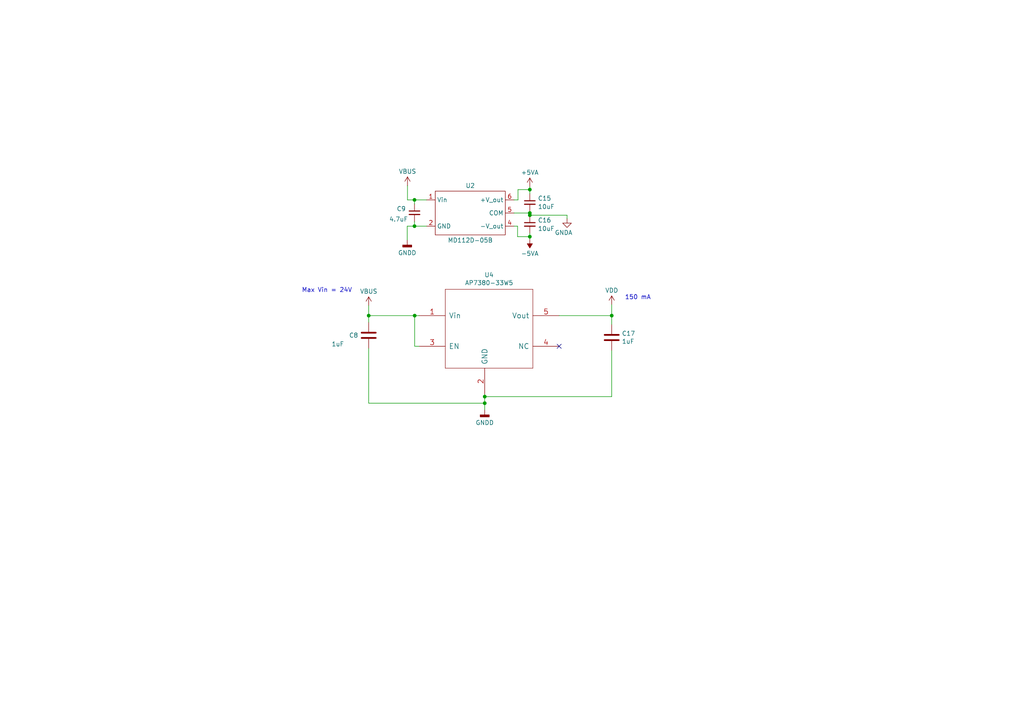
<source format=kicad_sch>
(kicad_sch
	(version 20231120)
	(generator "eeschema")
	(generator_version "8.0")
	(uuid "f992bacb-05a7-41c6-bded-a4d051713094")
	(paper "A4")
	(lib_symbols
		(symbol "DCDC:MD100B"
			(exclude_from_sim no)
			(in_bom yes)
			(on_board yes)
			(property "Reference" "U"
				(at 0 8.89 0)
				(effects
					(font
						(size 1.27 1.27)
					)
				)
			)
			(property "Value" ""
				(at 0 0 0)
				(effects
					(font
						(size 1.27 1.27)
					)
				)
			)
			(property "Footprint" ""
				(at 0 0 0)
				(effects
					(font
						(size 1.27 1.27)
					)
					(hide yes)
				)
			)
			(property "Datasheet" ""
				(at 0 0 0)
				(effects
					(font
						(size 1.27 1.27)
					)
					(hide yes)
				)
			)
			(property "Description" ""
				(at 0 0 0)
				(effects
					(font
						(size 1.27 1.27)
					)
					(hide yes)
				)
			)
			(symbol "MD100B_0_1"
				(rectangle
					(start -10.16 6.35)
					(end 10.16 -6.35)
					(stroke
						(width 0)
						(type default)
					)
					(fill
						(type none)
					)
				)
			)
			(symbol "MD100B_1_1"
				(pin power_in line
					(at -12.7 3.81 0)
					(length 2.54)
					(name "Vin"
						(effects
							(font
								(size 1.27 1.27)
							)
						)
					)
					(number "1"
						(effects
							(font
								(size 1.27 1.27)
							)
						)
					)
				)
				(pin power_in line
					(at -12.7 -3.81 0)
					(length 2.54)
					(name "GND"
						(effects
							(font
								(size 1.27 1.27)
							)
						)
					)
					(number "2"
						(effects
							(font
								(size 1.27 1.27)
							)
						)
					)
				)
				(pin power_out line
					(at 12.7 -3.81 180)
					(length 2.54)
					(name "-V_out"
						(effects
							(font
								(size 1.27 1.27)
							)
						)
					)
					(number "4"
						(effects
							(font
								(size 1.27 1.27)
							)
						)
					)
				)
				(pin power_out line
					(at 12.7 0 180)
					(length 2.54)
					(name "COM"
						(effects
							(font
								(size 1.27 1.27)
							)
						)
					)
					(number "5"
						(effects
							(font
								(size 1.27 1.27)
							)
						)
					)
				)
				(pin power_out line
					(at 12.7 3.81 180)
					(length 2.54)
					(name "+V_out"
						(effects
							(font
								(size 1.27 1.27)
							)
						)
					)
					(number "6"
						(effects
							(font
								(size 1.27 1.27)
							)
						)
					)
				)
			)
		)
		(symbol "Device:C"
			(pin_numbers hide)
			(pin_names
				(offset 0.254)
			)
			(exclude_from_sim no)
			(in_bom yes)
			(on_board yes)
			(property "Reference" "C"
				(at 0.635 2.54 0)
				(effects
					(font
						(size 1.27 1.27)
					)
					(justify left)
				)
			)
			(property "Value" "C"
				(at 0.635 -2.54 0)
				(effects
					(font
						(size 1.27 1.27)
					)
					(justify left)
				)
			)
			(property "Footprint" ""
				(at 0.9652 -3.81 0)
				(effects
					(font
						(size 1.27 1.27)
					)
					(hide yes)
				)
			)
			(property "Datasheet" "~"
				(at 0 0 0)
				(effects
					(font
						(size 1.27 1.27)
					)
					(hide yes)
				)
			)
			(property "Description" "Unpolarized capacitor"
				(at 0 0 0)
				(effects
					(font
						(size 1.27 1.27)
					)
					(hide yes)
				)
			)
			(property "ki_keywords" "cap capacitor"
				(at 0 0 0)
				(effects
					(font
						(size 1.27 1.27)
					)
					(hide yes)
				)
			)
			(property "ki_fp_filters" "C_*"
				(at 0 0 0)
				(effects
					(font
						(size 1.27 1.27)
					)
					(hide yes)
				)
			)
			(symbol "C_0_1"
				(polyline
					(pts
						(xy -2.032 -0.762) (xy 2.032 -0.762)
					)
					(stroke
						(width 0.508)
						(type default)
					)
					(fill
						(type none)
					)
				)
				(polyline
					(pts
						(xy -2.032 0.762) (xy 2.032 0.762)
					)
					(stroke
						(width 0.508)
						(type default)
					)
					(fill
						(type none)
					)
				)
			)
			(symbol "C_1_1"
				(pin passive line
					(at 0 3.81 270)
					(length 2.794)
					(name "~"
						(effects
							(font
								(size 1.27 1.27)
							)
						)
					)
					(number "1"
						(effects
							(font
								(size 1.27 1.27)
							)
						)
					)
				)
				(pin passive line
					(at 0 -3.81 90)
					(length 2.794)
					(name "~"
						(effects
							(font
								(size 1.27 1.27)
							)
						)
					)
					(number "2"
						(effects
							(font
								(size 1.27 1.27)
							)
						)
					)
				)
			)
		)
		(symbol "Device:C_Small"
			(pin_numbers hide)
			(pin_names
				(offset 0.254) hide)
			(exclude_from_sim no)
			(in_bom yes)
			(on_board yes)
			(property "Reference" "C"
				(at 0.254 1.778 0)
				(effects
					(font
						(size 1.27 1.27)
					)
					(justify left)
				)
			)
			(property "Value" "C_Small"
				(at 0.254 -2.032 0)
				(effects
					(font
						(size 1.27 1.27)
					)
					(justify left)
				)
			)
			(property "Footprint" ""
				(at 0 0 0)
				(effects
					(font
						(size 1.27 1.27)
					)
					(hide yes)
				)
			)
			(property "Datasheet" "~"
				(at 0 0 0)
				(effects
					(font
						(size 1.27 1.27)
					)
					(hide yes)
				)
			)
			(property "Description" "Unpolarized capacitor, small symbol"
				(at 0 0 0)
				(effects
					(font
						(size 1.27 1.27)
					)
					(hide yes)
				)
			)
			(property "ki_keywords" "capacitor cap"
				(at 0 0 0)
				(effects
					(font
						(size 1.27 1.27)
					)
					(hide yes)
				)
			)
			(property "ki_fp_filters" "C_*"
				(at 0 0 0)
				(effects
					(font
						(size 1.27 1.27)
					)
					(hide yes)
				)
			)
			(symbol "C_Small_0_1"
				(polyline
					(pts
						(xy -1.524 -0.508) (xy 1.524 -0.508)
					)
					(stroke
						(width 0.3302)
						(type default)
					)
					(fill
						(type none)
					)
				)
				(polyline
					(pts
						(xy -1.524 0.508) (xy 1.524 0.508)
					)
					(stroke
						(width 0.3048)
						(type default)
					)
					(fill
						(type none)
					)
				)
			)
			(symbol "C_Small_1_1"
				(pin passive line
					(at 0 2.54 270)
					(length 2.032)
					(name "~"
						(effects
							(font
								(size 1.27 1.27)
							)
						)
					)
					(number "1"
						(effects
							(font
								(size 1.27 1.27)
							)
						)
					)
				)
				(pin passive line
					(at 0 -2.54 90)
					(length 2.032)
					(name "~"
						(effects
							(font
								(size 1.27 1.27)
							)
						)
					)
					(number "2"
						(effects
							(font
								(size 1.27 1.27)
							)
						)
					)
				)
			)
		)
		(symbol "NCP502SN33T1G:AP7380-33W5"
			(pin_names
				(offset 1.016)
			)
			(exclude_from_sim no)
			(in_bom yes)
			(on_board yes)
			(property "Reference" "U"
				(at 12.7 12.7 0)
				(effects
					(font
						(size 1.27 1.27)
					)
				)
			)
			(property "Value" "AP7380-33W5"
				(at 0 12.7 0)
				(effects
					(font
						(size 1.27 1.27)
					)
				)
			)
			(property "Footprint" ""
				(at 0 0 0)
				(effects
					(font
						(size 1.27 1.27)
					)
					(hide yes)
				)
			)
			(property "Datasheet" ""
				(at 0 0 0)
				(effects
					(font
						(size 1.27 1.27)
					)
					(hide yes)
				)
			)
			(property "Description" ""
				(at 0 0 0)
				(effects
					(font
						(size 1.27 1.27)
					)
					(hide yes)
				)
			)
			(symbol "AP7380-33W5_1_1"
				(polyline
					(pts
						(xy -12.7 -11.43) (xy 12.7 -11.43)
					)
					(stroke
						(width 0.127)
						(type default)
					)
					(fill
						(type none)
					)
				)
				(polyline
					(pts
						(xy -12.7 11.43) (xy -12.7 -11.43)
					)
					(stroke
						(width 0.127)
						(type default)
					)
					(fill
						(type none)
					)
				)
				(polyline
					(pts
						(xy 12.7 -11.43) (xy 12.7 11.43)
					)
					(stroke
						(width 0.127)
						(type default)
					)
					(fill
						(type none)
					)
				)
				(polyline
					(pts
						(xy 12.7 11.43) (xy -12.7 11.43)
					)
					(stroke
						(width 0.127)
						(type default)
					)
					(fill
						(type none)
					)
				)
				(pin unspecified line
					(at -20.32 3.81 0)
					(length 7.62)
					(name "Vin"
						(effects
							(font
								(size 1.4986 1.4986)
							)
						)
					)
					(number "1"
						(effects
							(font
								(size 1.4986 1.4986)
							)
						)
					)
				)
				(pin unspecified line
					(at -1.27 -19.05 90)
					(length 7.62)
					(name "GND"
						(effects
							(font
								(size 1.4986 1.4986)
							)
						)
					)
					(number "2"
						(effects
							(font
								(size 1.4986 1.4986)
							)
						)
					)
				)
				(pin unspecified line
					(at -20.32 -5.08 0)
					(length 7.62)
					(name "EN"
						(effects
							(font
								(size 1.4986 1.4986)
							)
						)
					)
					(number "3"
						(effects
							(font
								(size 1.4986 1.4986)
							)
						)
					)
				)
				(pin unspecified line
					(at 20.32 -5.08 180)
					(length 7.62)
					(name "NC"
						(effects
							(font
								(size 1.4986 1.4986)
							)
						)
					)
					(number "4"
						(effects
							(font
								(size 1.4986 1.4986)
							)
						)
					)
				)
				(pin power_out line
					(at 20.32 3.81 180)
					(length 7.62)
					(name "Vout"
						(effects
							(font
								(size 1.4986 1.4986)
							)
						)
					)
					(number "5"
						(effects
							(font
								(size 1.4986 1.4986)
							)
						)
					)
				)
			)
		)
		(symbol "power:+5VA"
			(power)
			(pin_names
				(offset 0)
			)
			(exclude_from_sim no)
			(in_bom yes)
			(on_board yes)
			(property "Reference" "#PWR"
				(at 0 -3.81 0)
				(effects
					(font
						(size 1.27 1.27)
					)
					(hide yes)
				)
			)
			(property "Value" "+5VA"
				(at 0 3.556 0)
				(effects
					(font
						(size 1.27 1.27)
					)
				)
			)
			(property "Footprint" ""
				(at 0 0 0)
				(effects
					(font
						(size 1.27 1.27)
					)
					(hide yes)
				)
			)
			(property "Datasheet" ""
				(at 0 0 0)
				(effects
					(font
						(size 1.27 1.27)
					)
					(hide yes)
				)
			)
			(property "Description" "Power symbol creates a global label with name \"+5VA\""
				(at 0 0 0)
				(effects
					(font
						(size 1.27 1.27)
					)
					(hide yes)
				)
			)
			(property "ki_keywords" "global power"
				(at 0 0 0)
				(effects
					(font
						(size 1.27 1.27)
					)
					(hide yes)
				)
			)
			(symbol "+5VA_0_1"
				(polyline
					(pts
						(xy -0.762 1.27) (xy 0 2.54)
					)
					(stroke
						(width 0)
						(type default)
					)
					(fill
						(type none)
					)
				)
				(polyline
					(pts
						(xy 0 0) (xy 0 2.54)
					)
					(stroke
						(width 0)
						(type default)
					)
					(fill
						(type none)
					)
				)
				(polyline
					(pts
						(xy 0 2.54) (xy 0.762 1.27)
					)
					(stroke
						(width 0)
						(type default)
					)
					(fill
						(type none)
					)
				)
			)
			(symbol "+5VA_1_1"
				(pin power_in line
					(at 0 0 90)
					(length 0) hide
					(name "+5VA"
						(effects
							(font
								(size 1.27 1.27)
							)
						)
					)
					(number "1"
						(effects
							(font
								(size 1.27 1.27)
							)
						)
					)
				)
			)
		)
		(symbol "power:-5VA"
			(power)
			(pin_names
				(offset 0)
			)
			(exclude_from_sim no)
			(in_bom yes)
			(on_board yes)
			(property "Reference" "#PWR"
				(at 0 2.54 0)
				(effects
					(font
						(size 1.27 1.27)
					)
					(hide yes)
				)
			)
			(property "Value" "-5VA"
				(at 0 3.81 0)
				(effects
					(font
						(size 1.27 1.27)
					)
				)
			)
			(property "Footprint" ""
				(at 0 0 0)
				(effects
					(font
						(size 1.27 1.27)
					)
					(hide yes)
				)
			)
			(property "Datasheet" ""
				(at 0 0 0)
				(effects
					(font
						(size 1.27 1.27)
					)
					(hide yes)
				)
			)
			(property "Description" "Power symbol creates a global label with name \"-5VA\""
				(at 0 0 0)
				(effects
					(font
						(size 1.27 1.27)
					)
					(hide yes)
				)
			)
			(property "ki_keywords" "global power"
				(at 0 0 0)
				(effects
					(font
						(size 1.27 1.27)
					)
					(hide yes)
				)
			)
			(symbol "-5VA_0_0"
				(pin power_in line
					(at 0 0 90)
					(length 0) hide
					(name "-5VA"
						(effects
							(font
								(size 1.27 1.27)
							)
						)
					)
					(number "1"
						(effects
							(font
								(size 1.27 1.27)
							)
						)
					)
				)
			)
			(symbol "-5VA_0_1"
				(polyline
					(pts
						(xy 0 0) (xy 0 1.27) (xy 0.762 1.27) (xy 0 2.54) (xy -0.762 1.27) (xy 0 1.27)
					)
					(stroke
						(width 0)
						(type default)
					)
					(fill
						(type outline)
					)
				)
			)
		)
		(symbol "power:GNDA"
			(power)
			(pin_names
				(offset 0)
			)
			(exclude_from_sim no)
			(in_bom yes)
			(on_board yes)
			(property "Reference" "#PWR"
				(at 0 -6.35 0)
				(effects
					(font
						(size 1.27 1.27)
					)
					(hide yes)
				)
			)
			(property "Value" "GNDA"
				(at 0 -3.81 0)
				(effects
					(font
						(size 1.27 1.27)
					)
				)
			)
			(property "Footprint" ""
				(at 0 0 0)
				(effects
					(font
						(size 1.27 1.27)
					)
					(hide yes)
				)
			)
			(property "Datasheet" ""
				(at 0 0 0)
				(effects
					(font
						(size 1.27 1.27)
					)
					(hide yes)
				)
			)
			(property "Description" "Power symbol creates a global label with name \"GNDA\" , analog ground"
				(at 0 0 0)
				(effects
					(font
						(size 1.27 1.27)
					)
					(hide yes)
				)
			)
			(property "ki_keywords" "global power"
				(at 0 0 0)
				(effects
					(font
						(size 1.27 1.27)
					)
					(hide yes)
				)
			)
			(symbol "GNDA_0_1"
				(polyline
					(pts
						(xy 0 0) (xy 0 -1.27) (xy 1.27 -1.27) (xy 0 -2.54) (xy -1.27 -1.27) (xy 0 -1.27)
					)
					(stroke
						(width 0)
						(type default)
					)
					(fill
						(type none)
					)
				)
			)
			(symbol "GNDA_1_1"
				(pin power_in line
					(at 0 0 270)
					(length 0) hide
					(name "GNDA"
						(effects
							(font
								(size 1.27 1.27)
							)
						)
					)
					(number "1"
						(effects
							(font
								(size 1.27 1.27)
							)
						)
					)
				)
			)
		)
		(symbol "power:GNDD"
			(power)
			(pin_names
				(offset 0)
			)
			(exclude_from_sim no)
			(in_bom yes)
			(on_board yes)
			(property "Reference" "#PWR"
				(at 0 -6.35 0)
				(effects
					(font
						(size 1.27 1.27)
					)
					(hide yes)
				)
			)
			(property "Value" "GNDD"
				(at 0 -3.175 0)
				(effects
					(font
						(size 1.27 1.27)
					)
				)
			)
			(property "Footprint" ""
				(at 0 0 0)
				(effects
					(font
						(size 1.27 1.27)
					)
					(hide yes)
				)
			)
			(property "Datasheet" ""
				(at 0 0 0)
				(effects
					(font
						(size 1.27 1.27)
					)
					(hide yes)
				)
			)
			(property "Description" "Power symbol creates a global label with name \"GNDD\" , digital ground"
				(at 0 0 0)
				(effects
					(font
						(size 1.27 1.27)
					)
					(hide yes)
				)
			)
			(property "ki_keywords" "global power"
				(at 0 0 0)
				(effects
					(font
						(size 1.27 1.27)
					)
					(hide yes)
				)
			)
			(symbol "GNDD_0_1"
				(rectangle
					(start -1.27 -1.524)
					(end 1.27 -2.032)
					(stroke
						(width 0.254)
						(type default)
					)
					(fill
						(type outline)
					)
				)
				(polyline
					(pts
						(xy 0 0) (xy 0 -1.524)
					)
					(stroke
						(width 0)
						(type default)
					)
					(fill
						(type none)
					)
				)
			)
			(symbol "GNDD_1_1"
				(pin power_in line
					(at 0 0 270)
					(length 0) hide
					(name "GNDD"
						(effects
							(font
								(size 1.27 1.27)
							)
						)
					)
					(number "1"
						(effects
							(font
								(size 1.27 1.27)
							)
						)
					)
				)
			)
		)
		(symbol "power:VBUS"
			(power)
			(pin_names
				(offset 0)
			)
			(exclude_from_sim no)
			(in_bom yes)
			(on_board yes)
			(property "Reference" "#PWR"
				(at 0 -3.81 0)
				(effects
					(font
						(size 1.27 1.27)
					)
					(hide yes)
				)
			)
			(property "Value" "VBUS"
				(at 0 3.81 0)
				(effects
					(font
						(size 1.27 1.27)
					)
				)
			)
			(property "Footprint" ""
				(at 0 0 0)
				(effects
					(font
						(size 1.27 1.27)
					)
					(hide yes)
				)
			)
			(property "Datasheet" ""
				(at 0 0 0)
				(effects
					(font
						(size 1.27 1.27)
					)
					(hide yes)
				)
			)
			(property "Description" "Power symbol creates a global label with name \"VBUS\""
				(at 0 0 0)
				(effects
					(font
						(size 1.27 1.27)
					)
					(hide yes)
				)
			)
			(property "ki_keywords" "global power"
				(at 0 0 0)
				(effects
					(font
						(size 1.27 1.27)
					)
					(hide yes)
				)
			)
			(symbol "VBUS_0_1"
				(polyline
					(pts
						(xy -0.762 1.27) (xy 0 2.54)
					)
					(stroke
						(width 0)
						(type default)
					)
					(fill
						(type none)
					)
				)
				(polyline
					(pts
						(xy 0 0) (xy 0 2.54)
					)
					(stroke
						(width 0)
						(type default)
					)
					(fill
						(type none)
					)
				)
				(polyline
					(pts
						(xy 0 2.54) (xy 0.762 1.27)
					)
					(stroke
						(width 0)
						(type default)
					)
					(fill
						(type none)
					)
				)
			)
			(symbol "VBUS_1_1"
				(pin power_in line
					(at 0 0 90)
					(length 0) hide
					(name "VBUS"
						(effects
							(font
								(size 1.27 1.27)
							)
						)
					)
					(number "1"
						(effects
							(font
								(size 1.27 1.27)
							)
						)
					)
				)
			)
		)
		(symbol "power:VDD"
			(power)
			(pin_names
				(offset 0)
			)
			(exclude_from_sim no)
			(in_bom yes)
			(on_board yes)
			(property "Reference" "#PWR"
				(at 0 -3.81 0)
				(effects
					(font
						(size 1.27 1.27)
					)
					(hide yes)
				)
			)
			(property "Value" "VDD"
				(at 0 3.81 0)
				(effects
					(font
						(size 1.27 1.27)
					)
				)
			)
			(property "Footprint" ""
				(at 0 0 0)
				(effects
					(font
						(size 1.27 1.27)
					)
					(hide yes)
				)
			)
			(property "Datasheet" ""
				(at 0 0 0)
				(effects
					(font
						(size 1.27 1.27)
					)
					(hide yes)
				)
			)
			(property "Description" "Power symbol creates a global label with name \"VDD\""
				(at 0 0 0)
				(effects
					(font
						(size 1.27 1.27)
					)
					(hide yes)
				)
			)
			(property "ki_keywords" "global power"
				(at 0 0 0)
				(effects
					(font
						(size 1.27 1.27)
					)
					(hide yes)
				)
			)
			(symbol "VDD_0_1"
				(polyline
					(pts
						(xy -0.762 1.27) (xy 0 2.54)
					)
					(stroke
						(width 0)
						(type default)
					)
					(fill
						(type none)
					)
				)
				(polyline
					(pts
						(xy 0 0) (xy 0 2.54)
					)
					(stroke
						(width 0)
						(type default)
					)
					(fill
						(type none)
					)
				)
				(polyline
					(pts
						(xy 0 2.54) (xy 0.762 1.27)
					)
					(stroke
						(width 0)
						(type default)
					)
					(fill
						(type none)
					)
				)
			)
			(symbol "VDD_1_1"
				(pin power_in line
					(at 0 0 90)
					(length 0) hide
					(name "VDD"
						(effects
							(font
								(size 1.27 1.27)
							)
						)
					)
					(number "1"
						(effects
							(font
								(size 1.27 1.27)
							)
						)
					)
				)
			)
		)
	)
	(junction
		(at 153.67 68.6435)
		(diameter 0)
		(color 0 0 0 0)
		(uuid "0a91cf82-4c7b-4f8c-9804-a93aeab0e1f2")
	)
	(junction
		(at 120.2182 57.9755)
		(diameter 0)
		(color 0 0 0 0)
		(uuid "143e0510-f604-4694-a53d-23bd54c76296")
	)
	(junction
		(at 177.419 91.5416)
		(diameter 0)
		(color 0 0 0 0)
		(uuid "2e816e12-c827-49d0-a147-1004ca284bc4")
	)
	(junction
		(at 120.269 91.5416)
		(diameter 0)
		(color 0 0 0 0)
		(uuid "4ee3f9be-5b37-4b39-bd4f-9396919a5425")
	)
	(junction
		(at 120.2182 65.5955)
		(diameter 0)
		(color 0 0 0 0)
		(uuid "8622214f-cef9-48b1-99b2-27421e3987d8")
	)
	(junction
		(at 140.589 116.9416)
		(diameter 0)
		(color 0 0 0 0)
		(uuid "8bc4d059-9d84-4030-9c29-88ce4e8b614c")
	)
	(junction
		(at 140.589 115.0366)
		(diameter 0)
		(color 0 0 0 0)
		(uuid "99766db0-f611-4eab-b220-12936a0163ac")
	)
	(junction
		(at 153.67 54.991)
		(diameter 0)
		(color 0 0 0 0)
		(uuid "ba2d9ee1-6a5e-4aeb-9ab8-e8b152d0bfb6")
	)
	(junction
		(at 153.67 61.7855)
		(diameter 0)
		(color 0 0 0 0)
		(uuid "c6f01275-6145-4987-80f8-ff76d8939eb0")
	)
	(junction
		(at 153.67 62.4205)
		(diameter 0)
		(color 0 0 0 0)
		(uuid "dfeda1f4-90ce-4c8f-b2bc-04f25afe940c")
	)
	(junction
		(at 106.934 91.5416)
		(diameter 0)
		(color 0 0 0 0)
		(uuid "eac42f31-a894-4c83-88f9-c01c782f1bcc")
	)
	(no_connect
		(at 162.179 100.4316)
		(uuid "22a1d997-b332-458b-8a1e-0e2941a1ac42")
	)
	(wire
		(pts
			(xy 164.465 63.4365) (xy 164.465 62.4205)
		)
		(stroke
			(width 0)
			(type default)
		)
		(uuid "08388f46-3f89-43e7-95ab-478b8ceb9ff6")
	)
	(wire
		(pts
			(xy 123.698 65.5955) (xy 120.2182 65.5955)
		)
		(stroke
			(width 0)
			(type default)
		)
		(uuid "0ab68004-2980-47dd-affe-53687658aea9")
	)
	(wire
		(pts
			(xy 106.934 88.646) (xy 106.934 91.5416)
		)
		(stroke
			(width 0)
			(type default)
		)
		(uuid "0b59ce65-adc5-4c6c-a420-6b6fc96be4de")
	)
	(wire
		(pts
			(xy 118.11 65.5955) (xy 118.11 69.5833)
		)
		(stroke
			(width 0)
			(type default)
		)
		(uuid "1287bebe-878f-4fa4-8a9c-d000f5f9e42a")
	)
	(wire
		(pts
			(xy 149.098 57.9755) (xy 150.241 57.9755)
		)
		(stroke
			(width 0)
			(type default)
		)
		(uuid "1b1d8a56-9552-4e62-8bd7-47fb10356e6f")
	)
	(wire
		(pts
			(xy 120.2182 57.9755) (xy 120.2182 59.1693)
		)
		(stroke
			(width 0)
			(type default)
		)
		(uuid "212aebb3-7e2a-4583-b3f2-2804b72caff2")
	)
	(wire
		(pts
			(xy 162.179 91.5416) (xy 177.419 91.5416)
		)
		(stroke
			(width 0)
			(type default)
		)
		(uuid "25041bde-dca5-454a-86d6-50ffd1bbe4d4")
	)
	(wire
		(pts
			(xy 118.1862 57.9755) (xy 118.1862 53.8607)
		)
		(stroke
			(width 0)
			(type default)
		)
		(uuid "3acf6ca4-593f-43af-91d8-d33014a571fe")
	)
	(wire
		(pts
			(xy 177.419 115.0366) (xy 140.589 115.0366)
		)
		(stroke
			(width 0)
			(type default)
		)
		(uuid "4b071e71-a415-4c21-b67c-eb9a6034caf3")
	)
	(wire
		(pts
			(xy 177.419 91.5416) (xy 177.419 94.0816)
		)
		(stroke
			(width 0)
			(type default)
		)
		(uuid "55ff11e4-2728-49a8-8217-b1751de0df93")
	)
	(wire
		(pts
			(xy 120.2182 65.5955) (xy 118.11 65.5955)
		)
		(stroke
			(width 0)
			(type default)
		)
		(uuid "566be089-d466-4b37-b970-298c97b3ca54")
	)
	(wire
		(pts
			(xy 121.539 91.5416) (xy 120.269 91.5416)
		)
		(stroke
			(width 0)
			(type default)
		)
		(uuid "5987b8a0-a847-415b-aec1-7072b1346a1a")
	)
	(wire
		(pts
			(xy 153.67 54.991) (xy 153.67 56.1975)
		)
		(stroke
			(width 0)
			(type default)
		)
		(uuid "6a4bd0e1-2637-4ef2-bb3a-9982cf46a1e3")
	)
	(wire
		(pts
			(xy 153.67 68.6435) (xy 153.67 69.4055)
		)
		(stroke
			(width 0)
			(type default)
		)
		(uuid "7d913fad-a200-4413-9689-2e8175e25359")
	)
	(wire
		(pts
			(xy 150.241 54.991) (xy 153.67 54.991)
		)
		(stroke
			(width 0)
			(type default)
		)
		(uuid "8674ad82-d24c-4536-a8e8-b897003192c0")
	)
	(wire
		(pts
			(xy 140.589 116.9416) (xy 140.589 115.0366)
		)
		(stroke
			(width 0)
			(type default)
		)
		(uuid "89615fe4-a12f-4552-9fdc-57e27fafad81")
	)
	(wire
		(pts
			(xy 149.098 65.5955) (xy 150.114 65.5955)
		)
		(stroke
			(width 0)
			(type default)
		)
		(uuid "8c7286bf-70b9-45a1-a6b6-cf0094d43d76")
	)
	(wire
		(pts
			(xy 150.114 65.5955) (xy 150.114 68.6435)
		)
		(stroke
			(width 0)
			(type default)
		)
		(uuid "98259a97-68bb-4a22-8eef-dd696a07bc66")
	)
	(wire
		(pts
			(xy 120.269 91.5416) (xy 106.934 91.5416)
		)
		(stroke
			(width 0)
			(type default)
		)
		(uuid "a0e9f347-2430-4bb9-99ac-bd3a40bec01b")
	)
	(wire
		(pts
			(xy 121.539 100.4316) (xy 120.269 100.4316)
		)
		(stroke
			(width 0)
			(type default)
		)
		(uuid "a3d2f9a0-5222-45d4-82e8-796288857094")
	)
	(wire
		(pts
			(xy 149.098 61.7855) (xy 153.67 61.7855)
		)
		(stroke
			(width 0)
			(type default)
		)
		(uuid "a64a384a-b105-460b-a02f-ec642fa3556a")
	)
	(wire
		(pts
			(xy 153.67 67.6275) (xy 153.67 68.6435)
		)
		(stroke
			(width 0)
			(type default)
		)
		(uuid "a7432a02-4723-4d64-8caf-f4768a276533")
	)
	(wire
		(pts
			(xy 153.67 54.1655) (xy 153.67 54.991)
		)
		(stroke
			(width 0)
			(type default)
		)
		(uuid "a800d595-e57f-435b-a2e8-5218e06df1f7")
	)
	(wire
		(pts
			(xy 140.589 118.8466) (xy 140.589 116.9416)
		)
		(stroke
			(width 0)
			(type default)
		)
		(uuid "a904305b-9bfb-460d-a702-39ba334bbda7")
	)
	(wire
		(pts
			(xy 123.698 57.9755) (xy 120.2182 57.9755)
		)
		(stroke
			(width 0)
			(type default)
		)
		(uuid "aaa2b714-c36f-4934-a645-4d643b1f6744")
	)
	(wire
		(pts
			(xy 106.934 91.5416) (xy 106.934 93.4466)
		)
		(stroke
			(width 0)
			(type default)
		)
		(uuid "bba93121-4d30-4eb4-a64a-06081bd7d139")
	)
	(wire
		(pts
			(xy 106.934 101.0666) (xy 106.934 116.9416)
		)
		(stroke
			(width 0)
			(type default)
		)
		(uuid "c4bcecba-a0b5-427e-b91e-d1adef34b654")
	)
	(wire
		(pts
			(xy 164.465 62.4205) (xy 153.67 62.4205)
		)
		(stroke
			(width 0)
			(type default)
		)
		(uuid "c7282be5-78ca-4cf2-b5a7-0a59c98bedb7")
	)
	(wire
		(pts
			(xy 153.67 61.7855) (xy 153.67 62.4205)
		)
		(stroke
			(width 0)
			(type default)
		)
		(uuid "d88568a2-ac44-4b8c-b9e8-7eddd5f41ad9")
	)
	(wire
		(pts
			(xy 150.241 57.9755) (xy 150.241 54.991)
		)
		(stroke
			(width 0)
			(type default)
		)
		(uuid "df894dd3-a85c-47a4-b44c-1cb9cea5a042")
	)
	(wire
		(pts
			(xy 106.934 116.9416) (xy 140.589 116.9416)
		)
		(stroke
			(width 0)
			(type default)
		)
		(uuid "e037de45-d658-4628-afaf-027e49abb1cc")
	)
	(wire
		(pts
			(xy 120.2182 64.2493) (xy 120.2182 65.5955)
		)
		(stroke
			(width 0)
			(type default)
		)
		(uuid "e5b9cbec-592f-4694-a691-fc66c0f1f715")
	)
	(wire
		(pts
			(xy 153.67 62.4205) (xy 153.67 62.5475)
		)
		(stroke
			(width 0)
			(type default)
		)
		(uuid "e775ea9b-56cd-43ab-9674-fc3f9df353cb")
	)
	(wire
		(pts
			(xy 120.2182 57.9755) (xy 118.1862 57.9755)
		)
		(stroke
			(width 0)
			(type default)
		)
		(uuid "ec37ff7c-d4e8-417a-810f-d1fa9fa0da80")
	)
	(wire
		(pts
			(xy 140.589 115.0366) (xy 140.589 114.4016)
		)
		(stroke
			(width 0)
			(type default)
		)
		(uuid "ec8df474-37ab-44d4-bb7a-2e4a6b84c593")
	)
	(wire
		(pts
			(xy 177.419 88.3666) (xy 177.419 91.5416)
		)
		(stroke
			(width 0)
			(type default)
		)
		(uuid "ed8e398a-fd46-4eff-8af4-81d8f97a05cc")
	)
	(wire
		(pts
			(xy 150.114 68.6435) (xy 153.67 68.6435)
		)
		(stroke
			(width 0)
			(type default)
		)
		(uuid "ee44f2a7-c233-4567-ab34-71858868149a")
	)
	(wire
		(pts
			(xy 177.419 101.7016) (xy 177.419 115.0366)
		)
		(stroke
			(width 0)
			(type default)
		)
		(uuid "f3e6b1dc-cd29-4dd7-b87a-a0d8a2479a5a")
	)
	(wire
		(pts
			(xy 120.269 100.4316) (xy 120.269 91.5416)
		)
		(stroke
			(width 0)
			(type default)
		)
		(uuid "f3f18f6f-b2a0-43a8-8548-7c4c60a2fe66")
	)
	(wire
		(pts
			(xy 153.67 61.2775) (xy 153.67 61.7855)
		)
		(stroke
			(width 0)
			(type default)
		)
		(uuid "fe990820-0702-405d-b827-ccdae5f1f886")
	)
	(text "Max Vin = 24V"
		(exclude_from_sim no)
		(at 87.503 85.0138 0)
		(effects
			(font
				(size 1.27 1.27)
			)
			(justify left bottom)
		)
		(uuid "10f4d6b2-cb67-49b3-acf5-34dc460be8ac")
	)
	(text "150 mA"
		(exclude_from_sim no)
		(at 181.229 87.0966 0)
		(effects
			(font
				(size 1.27 1.27)
			)
			(justify left bottom)
		)
		(uuid "72c663e6-28f5-467a-be29-1c56ada2413a")
	)
	(symbol
		(lib_id "power:-5VA")
		(at 153.67 69.4055 180)
		(unit 1)
		(exclude_from_sim no)
		(in_bom yes)
		(on_board yes)
		(dnp no)
		(fields_autoplaced yes)
		(uuid "19fe40ea-29c6-4817-8509-a6a4a835f9ba")
		(property "Reference" "#PWR023"
			(at 153.67 71.9455 0)
			(effects
				(font
					(size 1.27 1.27)
				)
				(hide yes)
			)
		)
		(property "Value" "-5VA"
			(at 153.67 73.5386 0)
			(effects
				(font
					(size 1.27 1.27)
				)
			)
		)
		(property "Footprint" ""
			(at 153.67 69.4055 0)
			(effects
				(font
					(size 1.27 1.27)
				)
				(hide yes)
			)
		)
		(property "Datasheet" ""
			(at 153.67 69.4055 0)
			(effects
				(font
					(size 1.27 1.27)
				)
				(hide yes)
			)
		)
		(property "Description" ""
			(at 153.67 69.4055 0)
			(effects
				(font
					(size 1.27 1.27)
				)
				(hide yes)
			)
		)
		(pin "1"
			(uuid "50de6c1c-1f81-4698-ab35-e4e64043b553")
		)
		(instances
			(project "ADC_16bit_board_v0r0"
				(path "/8e32e40b-ffe6-4c0f-a79d-8b81109bf7e8/874714fa-ec9e-4e38-92f9-4a9f6f2a220f"
					(reference "#PWR023")
					(unit 1)
				)
			)
		)
	)
	(symbol
		(lib_id "Device:C")
		(at 106.934 97.2566 0)
		(unit 1)
		(exclude_from_sim no)
		(in_bom yes)
		(on_board yes)
		(dnp no)
		(uuid "1d727486-a440-4737-b666-daffdd85e472")
		(property "Reference" "C8"
			(at 101.219 97.2566 0)
			(effects
				(font
					(size 1.27 1.27)
				)
				(justify left)
			)
		)
		(property "Value" "1uF"
			(at 96.139 99.7966 0)
			(effects
				(font
					(size 1.27 1.27)
				)
				(justify left)
			)
		)
		(property "Footprint" "Capacitor_SMD:C_0603_1608Metric"
			(at 107.8992 101.0666 0)
			(effects
				(font
					(size 1.27 1.27)
				)
				(hide yes)
			)
		)
		(property "Datasheet" "~"
			(at 106.934 97.2566 0)
			(effects
				(font
					(size 1.27 1.27)
				)
				(hide yes)
			)
		)
		(property "Description" ""
			(at 106.934 97.2566 0)
			(effects
				(font
					(size 1.27 1.27)
				)
				(hide yes)
			)
		)
		(property "Digi-Key_PN" "1276-1019-1-ND"
			(at 106.934 97.2566 0)
			(effects
				(font
					(size 1.27 1.27)
				)
				(hide yes)
			)
		)
		(property "Desc" "CAP CER 1UF 16V X7R 0603"
			(at 106.934 97.2566 0)
			(effects
				(font
					(size 1.27 1.27)
				)
				(hide yes)
			)
		)
		(pin "1"
			(uuid "136ff243-46af-4cf0-8022-bff829276fed")
		)
		(pin "2"
			(uuid "f0048bee-08a3-4949-9b6d-281c0f130253")
		)
		(instances
			(project "ADC_16bit_board_v0r0"
				(path "/8e32e40b-ffe6-4c0f-a79d-8b81109bf7e8/874714fa-ec9e-4e38-92f9-4a9f6f2a220f"
					(reference "C8")
					(unit 1)
				)
			)
		)
	)
	(symbol
		(lib_id "Device:C")
		(at 177.419 97.8916 0)
		(unit 1)
		(exclude_from_sim no)
		(in_bom yes)
		(on_board yes)
		(dnp no)
		(uuid "24d2b2ff-1dcf-4dc2-b6fc-bc9378a50867")
		(property "Reference" "C17"
			(at 180.34 96.7232 0)
			(effects
				(font
					(size 1.27 1.27)
				)
				(justify left)
			)
		)
		(property "Value" "1uF"
			(at 180.34 99.0346 0)
			(effects
				(font
					(size 1.27 1.27)
				)
				(justify left)
			)
		)
		(property "Footprint" "Capacitor_SMD:C_0603_1608Metric"
			(at 178.3842 101.7016 0)
			(effects
				(font
					(size 1.27 1.27)
				)
				(hide yes)
			)
		)
		(property "Datasheet" "~"
			(at 177.419 97.8916 0)
			(effects
				(font
					(size 1.27 1.27)
				)
				(hide yes)
			)
		)
		(property "Description" ""
			(at 177.419 97.8916 0)
			(effects
				(font
					(size 1.27 1.27)
				)
				(hide yes)
			)
		)
		(property "Digi-Key_PN" "1276-1019-1-ND"
			(at 177.419 97.8916 0)
			(effects
				(font
					(size 1.27 1.27)
				)
				(hide yes)
			)
		)
		(property "Desc" "CAP CER 1UF 16V X7R 0603"
			(at 177.419 97.8916 0)
			(effects
				(font
					(size 1.27 1.27)
				)
				(hide yes)
			)
		)
		(pin "1"
			(uuid "06079816-d130-4a72-bfb6-5647777364f6")
		)
		(pin "2"
			(uuid "1b12880a-2e02-44cf-b69d-32480a24dbca")
		)
		(instances
			(project "ADC_16bit_board_v0r0"
				(path "/8e32e40b-ffe6-4c0f-a79d-8b81109bf7e8/874714fa-ec9e-4e38-92f9-4a9f6f2a220f"
					(reference "C17")
					(unit 1)
				)
			)
		)
	)
	(symbol
		(lib_id "power:+5VA")
		(at 153.67 54.1655 0)
		(unit 1)
		(exclude_from_sim no)
		(in_bom yes)
		(on_board yes)
		(dnp no)
		(fields_autoplaced yes)
		(uuid "25d4fa85-100a-442f-92b0-f951aaecb508")
		(property "Reference" "#PWR022"
			(at 153.67 57.9755 0)
			(effects
				(font
					(size 1.27 1.27)
				)
				(hide yes)
			)
		)
		(property "Value" "+5VA"
			(at 153.67 50.0324 0)
			(effects
				(font
					(size 1.27 1.27)
				)
			)
		)
		(property "Footprint" ""
			(at 153.67 54.1655 0)
			(effects
				(font
					(size 1.27 1.27)
				)
				(hide yes)
			)
		)
		(property "Datasheet" ""
			(at 153.67 54.1655 0)
			(effects
				(font
					(size 1.27 1.27)
				)
				(hide yes)
			)
		)
		(property "Description" ""
			(at 153.67 54.1655 0)
			(effects
				(font
					(size 1.27 1.27)
				)
				(hide yes)
			)
		)
		(pin "1"
			(uuid "a2b4d462-06bf-4384-9de7-014f803a7762")
		)
		(instances
			(project "ADC_16bit_board_v0r0"
				(path "/8e32e40b-ffe6-4c0f-a79d-8b81109bf7e8/874714fa-ec9e-4e38-92f9-4a9f6f2a220f"
					(reference "#PWR022")
					(unit 1)
				)
			)
		)
	)
	(symbol
		(lib_id "Device:C_Small")
		(at 153.67 65.0875 0)
		(unit 1)
		(exclude_from_sim no)
		(in_bom yes)
		(on_board yes)
		(dnp no)
		(fields_autoplaced yes)
		(uuid "428016b6-539c-4a14-92ab-a824747f51cc")
		(property "Reference" "C16"
			(at 155.9941 63.8817 0)
			(effects
				(font
					(size 1.27 1.27)
				)
				(justify left)
			)
		)
		(property "Value" "10uF"
			(at 155.9941 66.3059 0)
			(effects
				(font
					(size 1.27 1.27)
				)
				(justify left)
			)
		)
		(property "Footprint" "Capacitor_SMD:C_0603_1608Metric"
			(at 153.67 65.0875 0)
			(effects
				(font
					(size 1.27 1.27)
				)
				(hide yes)
			)
		)
		(property "Datasheet" "~"
			(at 153.67 65.0875 0)
			(effects
				(font
					(size 1.27 1.27)
				)
				(hide yes)
			)
		)
		(property "Description" ""
			(at 153.67 65.0875 0)
			(effects
				(font
					(size 1.27 1.27)
				)
				(hide yes)
			)
		)
		(property "Desc" "CAP CER 10UF 25V X5R 0603"
			(at 153.67 65.0875 0)
			(effects
				(font
					(size 1.27 1.27)
				)
				(hide yes)
			)
		)
		(property "Digi-Key_PN" "1276-1869-1-ND"
			(at 153.67 65.0875 0)
			(effects
				(font
					(size 1.27 1.27)
				)
				(hide yes)
			)
		)
		(pin "1"
			(uuid "50301fd3-711f-4984-b1e5-b695215cbe6c")
		)
		(pin "2"
			(uuid "b8b19571-49d1-4d79-b0d8-986a5e5922c0")
		)
		(instances
			(project "ADC_16bit_board_v0r0"
				(path "/8e32e40b-ffe6-4c0f-a79d-8b81109bf7e8/874714fa-ec9e-4e38-92f9-4a9f6f2a220f"
					(reference "C16")
					(unit 1)
				)
			)
		)
	)
	(symbol
		(lib_id "power:GNDA")
		(at 164.465 63.4365 0)
		(unit 1)
		(exclude_from_sim no)
		(in_bom yes)
		(on_board yes)
		(dnp no)
		(uuid "5e40b4a5-ec7b-40ca-acec-c2fa2023a2e1")
		(property "Reference" "#PWR037"
			(at 164.465 69.7865 0)
			(effects
				(font
					(size 1.27 1.27)
				)
				(hide yes)
			)
		)
		(property "Value" "GNDA"
			(at 163.4744 67.4751 0)
			(effects
				(font
					(size 1.27 1.27)
				)
			)
		)
		(property "Footprint" ""
			(at 164.465 63.4365 0)
			(effects
				(font
					(size 1.27 1.27)
				)
				(hide yes)
			)
		)
		(property "Datasheet" ""
			(at 164.465 63.4365 0)
			(effects
				(font
					(size 1.27 1.27)
				)
				(hide yes)
			)
		)
		(property "Description" ""
			(at 164.465 63.4365 0)
			(effects
				(font
					(size 1.27 1.27)
				)
				(hide yes)
			)
		)
		(pin "1"
			(uuid "c3f259b9-f2ff-45d4-a9fa-1da3a01c7b39")
		)
		(instances
			(project "ADC_16bit_board_v0r0"
				(path "/8e32e40b-ffe6-4c0f-a79d-8b81109bf7e8/874714fa-ec9e-4e38-92f9-4a9f6f2a220f"
					(reference "#PWR037")
					(unit 1)
				)
			)
		)
	)
	(symbol
		(lib_id "NCP502SN33T1G:AP7380-33W5")
		(at 141.859 95.3516 0)
		(unit 1)
		(exclude_from_sim no)
		(in_bom yes)
		(on_board yes)
		(dnp no)
		(uuid "6ed0c6e0-1269-4059-9532-2663724ae75b")
		(property "Reference" "U4"
			(at 141.859 79.7306 0)
			(effects
				(font
					(size 1.27 1.27)
				)
			)
		)
		(property "Value" "AP7380-33W5"
			(at 141.859 82.042 0)
			(effects
				(font
					(size 1.27 1.27)
				)
			)
		)
		(property "Footprint" "Package_TO_SOT_SMD:SOT-23-5"
			(at 141.859 95.3516 0)
			(effects
				(font
					(size 1.27 1.27)
				)
				(hide yes)
			)
		)
		(property "Datasheet" ""
			(at 141.859 95.3516 0)
			(effects
				(font
					(size 1.27 1.27)
				)
				(hide yes)
			)
		)
		(property "Description" ""
			(at 141.859 95.3516 0)
			(effects
				(font
					(size 1.27 1.27)
				)
				(hide yes)
			)
		)
		(property "Digi-Key_PN" "AP7380-33W5-7DICT-ND"
			(at 141.859 95.3516 0)
			(effects
				(font
					(size 1.27 1.27)
				)
				(hide yes)
			)
		)
		(property "MFR" "AP7380-33W5-7"
			(at 141.859 95.3516 0)
			(effects
				(font
					(size 1.27 1.27)
				)
				(hide yes)
			)
		)
		(property "Desc" "IC REG LINEAR 3.3V 150MA SOT25"
			(at 141.859 95.3516 0)
			(effects
				(font
					(size 1.27 1.27)
				)
				(hide yes)
			)
		)
		(property "Alternative" "AP7370-33W5-7"
			(at 141.859 95.3516 0)
			(effects
				(font
					(size 1.27 1.27)
				)
				(hide yes)
			)
		)
		(pin "1"
			(uuid "12dd3c40-b8dc-4f45-8f2e-8eaae1eb4c66")
		)
		(pin "2"
			(uuid "91ccb1cf-b46c-4549-a9cb-e1207002f15f")
		)
		(pin "3"
			(uuid "1c1eb424-61a2-45d4-a313-f89fafb5f5c3")
		)
		(pin "4"
			(uuid "55e65078-5f82-4e21-b185-2ebc25ca5317")
		)
		(pin "5"
			(uuid "2fd79621-23d4-4be0-8b3c-b8ff01a452dc")
		)
		(instances
			(project "ADC_16bit_board_v0r0"
				(path "/8e32e40b-ffe6-4c0f-a79d-8b81109bf7e8/874714fa-ec9e-4e38-92f9-4a9f6f2a220f"
					(reference "U4")
					(unit 1)
				)
			)
		)
	)
	(symbol
		(lib_id "power:VBUS")
		(at 106.934 88.646 0)
		(unit 1)
		(exclude_from_sim no)
		(in_bom yes)
		(on_board yes)
		(dnp no)
		(fields_autoplaced yes)
		(uuid "733b046a-0c81-4b57-b0ca-9bd423dd816b")
		(property "Reference" "#PWR010"
			(at 106.934 92.456 0)
			(effects
				(font
					(size 1.27 1.27)
				)
				(hide yes)
			)
		)
		(property "Value" "VBUS"
			(at 106.934 84.5129 0)
			(effects
				(font
					(size 1.27 1.27)
				)
			)
		)
		(property "Footprint" ""
			(at 106.934 88.646 0)
			(effects
				(font
					(size 1.27 1.27)
				)
				(hide yes)
			)
		)
		(property "Datasheet" ""
			(at 106.934 88.646 0)
			(effects
				(font
					(size 1.27 1.27)
				)
				(hide yes)
			)
		)
		(property "Description" ""
			(at 106.934 88.646 0)
			(effects
				(font
					(size 1.27 1.27)
				)
				(hide yes)
			)
		)
		(pin "1"
			(uuid "b86bd1cc-4b91-45e5-ae75-156049274255")
		)
		(instances
			(project "ADC_16bit_board_v0r0"
				(path "/8e32e40b-ffe6-4c0f-a79d-8b81109bf7e8/874714fa-ec9e-4e38-92f9-4a9f6f2a220f"
					(reference "#PWR010")
					(unit 1)
				)
			)
		)
	)
	(symbol
		(lib_id "Device:C_Small")
		(at 153.67 58.7375 0)
		(unit 1)
		(exclude_from_sim no)
		(in_bom yes)
		(on_board yes)
		(dnp no)
		(fields_autoplaced yes)
		(uuid "75c0e0a4-6262-40c1-b0fc-ba36e8601ea1")
		(property "Reference" "C15"
			(at 155.9941 57.5317 0)
			(effects
				(font
					(size 1.27 1.27)
				)
				(justify left)
			)
		)
		(property "Value" "10uF"
			(at 155.9941 59.9559 0)
			(effects
				(font
					(size 1.27 1.27)
				)
				(justify left)
			)
		)
		(property "Footprint" "Capacitor_SMD:C_0603_1608Metric"
			(at 153.67 58.7375 0)
			(effects
				(font
					(size 1.27 1.27)
				)
				(hide yes)
			)
		)
		(property "Datasheet" "~"
			(at 153.67 58.7375 0)
			(effects
				(font
					(size 1.27 1.27)
				)
				(hide yes)
			)
		)
		(property "Description" ""
			(at 153.67 58.7375 0)
			(effects
				(font
					(size 1.27 1.27)
				)
				(hide yes)
			)
		)
		(property "Desc" "CAP CER 10UF 25V X5R 0603"
			(at 153.67 58.7375 0)
			(effects
				(font
					(size 1.27 1.27)
				)
				(hide yes)
			)
		)
		(property "Digi-Key_PN" "1276-1869-1-ND"
			(at 153.67 58.7375 0)
			(effects
				(font
					(size 1.27 1.27)
				)
				(hide yes)
			)
		)
		(pin "1"
			(uuid "508cf3ed-0592-42f6-bc8b-f0081e98d5c9")
		)
		(pin "2"
			(uuid "e830b2df-7632-4b41-9acb-740f91edbea3")
		)
		(instances
			(project "ADC_16bit_board_v0r0"
				(path "/8e32e40b-ffe6-4c0f-a79d-8b81109bf7e8/874714fa-ec9e-4e38-92f9-4a9f6f2a220f"
					(reference "C15")
					(unit 1)
				)
			)
		)
	)
	(symbol
		(lib_id "power:GNDD")
		(at 140.589 118.8466 0)
		(unit 1)
		(exclude_from_sim no)
		(in_bom yes)
		(on_board yes)
		(dnp no)
		(fields_autoplaced yes)
		(uuid "aed92729-f91f-4b61-8e67-e5d9516dada7")
		(property "Reference" "#PWR015"
			(at 140.589 125.1966 0)
			(effects
				(font
					(size 1.27 1.27)
				)
				(hide yes)
			)
		)
		(property "Value" "GNDD"
			(at 140.589 122.5987 0)
			(effects
				(font
					(size 1.27 1.27)
				)
			)
		)
		(property "Footprint" ""
			(at 140.589 118.8466 0)
			(effects
				(font
					(size 1.27 1.27)
				)
				(hide yes)
			)
		)
		(property "Datasheet" ""
			(at 140.589 118.8466 0)
			(effects
				(font
					(size 1.27 1.27)
				)
				(hide yes)
			)
		)
		(property "Description" ""
			(at 140.589 118.8466 0)
			(effects
				(font
					(size 1.27 1.27)
				)
				(hide yes)
			)
		)
		(pin "1"
			(uuid "62319a68-c0e9-41c9-94c8-b416c3e6143e")
		)
		(instances
			(project "ADC_16bit_board_v0r0"
				(path "/8e32e40b-ffe6-4c0f-a79d-8b81109bf7e8/874714fa-ec9e-4e38-92f9-4a9f6f2a220f"
					(reference "#PWR015")
					(unit 1)
				)
			)
		)
	)
	(symbol
		(lib_id "power:GNDD")
		(at 118.11 69.5833 0)
		(unit 1)
		(exclude_from_sim no)
		(in_bom yes)
		(on_board yes)
		(dnp no)
		(fields_autoplaced yes)
		(uuid "c11c0acb-dbd1-4c09-ae5a-cfd7dc8bf1f4")
		(property "Reference" "#PWR011"
			(at 118.11 75.9333 0)
			(effects
				(font
					(size 1.27 1.27)
				)
				(hide yes)
			)
		)
		(property "Value" "GNDD"
			(at 118.11 73.3354 0)
			(effects
				(font
					(size 1.27 1.27)
				)
			)
		)
		(property "Footprint" ""
			(at 118.11 69.5833 0)
			(effects
				(font
					(size 1.27 1.27)
				)
				(hide yes)
			)
		)
		(property "Datasheet" ""
			(at 118.11 69.5833 0)
			(effects
				(font
					(size 1.27 1.27)
				)
				(hide yes)
			)
		)
		(property "Description" ""
			(at 118.11 69.5833 0)
			(effects
				(font
					(size 1.27 1.27)
				)
				(hide yes)
			)
		)
		(pin "1"
			(uuid "33762d45-cbc6-4289-8f76-d97824317b08")
		)
		(instances
			(project "ADC_16bit_board_v0r0"
				(path "/8e32e40b-ffe6-4c0f-a79d-8b81109bf7e8/874714fa-ec9e-4e38-92f9-4a9f6f2a220f"
					(reference "#PWR011")
					(unit 1)
				)
			)
		)
	)
	(symbol
		(lib_id "power:VDD")
		(at 177.419 88.3666 0)
		(unit 1)
		(exclude_from_sim no)
		(in_bom yes)
		(on_board yes)
		(dnp no)
		(fields_autoplaced yes)
		(uuid "ed10a097-34e4-412a-bbb0-4644e598225d")
		(property "Reference" "#PWR024"
			(at 177.419 92.1766 0)
			(effects
				(font
					(size 1.27 1.27)
				)
				(hide yes)
			)
		)
		(property "Value" "VDD"
			(at 177.419 84.2335 0)
			(effects
				(font
					(size 1.27 1.27)
				)
			)
		)
		(property "Footprint" ""
			(at 177.419 88.3666 0)
			(effects
				(font
					(size 1.27 1.27)
				)
				(hide yes)
			)
		)
		(property "Datasheet" ""
			(at 177.419 88.3666 0)
			(effects
				(font
					(size 1.27 1.27)
				)
				(hide yes)
			)
		)
		(property "Description" ""
			(at 177.419 88.3666 0)
			(effects
				(font
					(size 1.27 1.27)
				)
				(hide yes)
			)
		)
		(pin "1"
			(uuid "dbd546d7-13b4-4689-9d32-336789edbd48")
		)
		(instances
			(project "ADC_16bit_board_v0r0"
				(path "/8e32e40b-ffe6-4c0f-a79d-8b81109bf7e8/874714fa-ec9e-4e38-92f9-4a9f6f2a220f"
					(reference "#PWR024")
					(unit 1)
				)
			)
		)
	)
	(symbol
		(lib_id "power:VBUS")
		(at 118.1862 53.8607 0)
		(unit 1)
		(exclude_from_sim no)
		(in_bom yes)
		(on_board yes)
		(dnp no)
		(fields_autoplaced yes)
		(uuid "f461e98e-3e5d-4c01-bef4-8bd2d9b2c792")
		(property "Reference" "#PWR014"
			(at 118.1862 57.6707 0)
			(effects
				(font
					(size 1.27 1.27)
				)
				(hide yes)
			)
		)
		(property "Value" "VBUS"
			(at 118.1862 49.7276 0)
			(effects
				(font
					(size 1.27 1.27)
				)
			)
		)
		(property "Footprint" ""
			(at 118.1862 53.8607 0)
			(effects
				(font
					(size 1.27 1.27)
				)
				(hide yes)
			)
		)
		(property "Datasheet" ""
			(at 118.1862 53.8607 0)
			(effects
				(font
					(size 1.27 1.27)
				)
				(hide yes)
			)
		)
		(property "Description" ""
			(at 118.1862 53.8607 0)
			(effects
				(font
					(size 1.27 1.27)
				)
				(hide yes)
			)
		)
		(pin "1"
			(uuid "651c5f82-d9dd-434d-8877-5cd01cbb7043")
		)
		(instances
			(project "ADC_16bit_board_v0r0"
				(path "/8e32e40b-ffe6-4c0f-a79d-8b81109bf7e8/874714fa-ec9e-4e38-92f9-4a9f6f2a220f"
					(reference "#PWR014")
					(unit 1)
				)
			)
		)
	)
	(symbol
		(lib_id "DCDC:MD100B")
		(at 136.398 61.7855 0)
		(unit 1)
		(exclude_from_sim no)
		(in_bom yes)
		(on_board yes)
		(dnp no)
		(uuid "fd59219e-e8da-4b0e-9404-6cea28b243cb")
		(property "Reference" "U2"
			(at 136.398 53.8424 0)
			(effects
				(font
					(size 1.27 1.27)
				)
			)
		)
		(property "Value" "MD112D-05B"
			(at 136.398 69.6849 0)
			(effects
				(font
					(size 1.27 1.27)
				)
			)
		)
		(property "Footprint" "Converter_DCDC:Converter_DCDC_TRACO_TBA1-xxxxE_Dual_THT"
			(at 136.398 61.7855 0)
			(effects
				(font
					(size 1.27 1.27)
				)
				(hide yes)
			)
		)
		(property "Datasheet" ""
			(at 136.398 61.7855 0)
			(effects
				(font
					(size 1.27 1.27)
				)
				(hide yes)
			)
		)
		(property "Description" ""
			(at 136.398 61.7855 0)
			(effects
				(font
					(size 1.27 1.27)
				)
				(hide yes)
			)
		)
		(property "Desc" "DC/DC,1W,12V IN,5V OUT,3 KV"
			(at 136.398 61.7855 0)
			(effects
				(font
					(size 1.27 1.27)
				)
				(hide yes)
			)
		)
		(property "Digi-Key_PN" "5943-MD112D-05B-ND"
			(at 136.398 61.7855 0)
			(effects
				(font
					(size 1.27 1.27)
				)
				(hide yes)
			)
		)
		(pin "1"
			(uuid "8d3e1067-a846-4291-afe2-598275d8aa1f")
		)
		(pin "2"
			(uuid "57d15463-9933-4577-9e22-a3a0477ea89c")
		)
		(pin "4"
			(uuid "c046b81f-0587-4d54-868c-efe731df9c34")
		)
		(pin "5"
			(uuid "45722311-f21a-449a-9208-952dfd439b9d")
		)
		(pin "6"
			(uuid "242d16ad-6a81-4b04-8024-5e7dc561ca7a")
		)
		(instances
			(project "ADC_16bit_board_v0r0"
				(path "/8e32e40b-ffe6-4c0f-a79d-8b81109bf7e8/874714fa-ec9e-4e38-92f9-4a9f6f2a220f"
					(reference "U2")
					(unit 1)
				)
			)
		)
	)
	(symbol
		(lib_id "Device:C_Small")
		(at 120.2182 61.7093 0)
		(unit 1)
		(exclude_from_sim no)
		(in_bom yes)
		(on_board yes)
		(dnp no)
		(uuid "fda3a435-22c3-44cf-a4cd-d5b9c7c85a38")
		(property "Reference" "C9"
			(at 115.0366 60.5663 0)
			(effects
				(font
					(size 1.27 1.27)
				)
				(justify left)
			)
		)
		(property "Value" "4.7uF"
			(at 112.8522 63.5889 0)
			(effects
				(font
					(size 1.27 1.27)
				)
				(justify left)
			)
		)
		(property "Footprint" "Capacitor_SMD:C_0603_1608Metric"
			(at 120.2182 61.7093 0)
			(effects
				(font
					(size 1.27 1.27)
				)
				(hide yes)
			)
		)
		(property "Datasheet" "~"
			(at 120.2182 61.7093 0)
			(effects
				(font
					(size 1.27 1.27)
				)
				(hide yes)
			)
		)
		(property "Description" ""
			(at 120.2182 61.7093 0)
			(effects
				(font
					(size 1.27 1.27)
				)
				(hide yes)
			)
		)
		(property "Desc" "CAP CER 4.7UF 16V X5R 0603"
			(at 120.2182 61.7093 0)
			(effects
				(font
					(size 1.27 1.27)
				)
				(hide yes)
			)
		)
		(property "Digi-Key_PN" "1276-1784-1-ND"
			(at 120.2182 61.7093 0)
			(effects
				(font
					(size 1.27 1.27)
				)
				(hide yes)
			)
		)
		(pin "1"
			(uuid "de4f7dba-8405-47e6-aedd-33404abe853c")
		)
		(pin "2"
			(uuid "9a1c027d-41e8-432a-8419-80bee5558074")
		)
		(instances
			(project "ADC_16bit_board_v0r0"
				(path "/8e32e40b-ffe6-4c0f-a79d-8b81109bf7e8/874714fa-ec9e-4e38-92f9-4a9f6f2a220f"
					(reference "C9")
					(unit 1)
				)
			)
		)
	)
)

</source>
